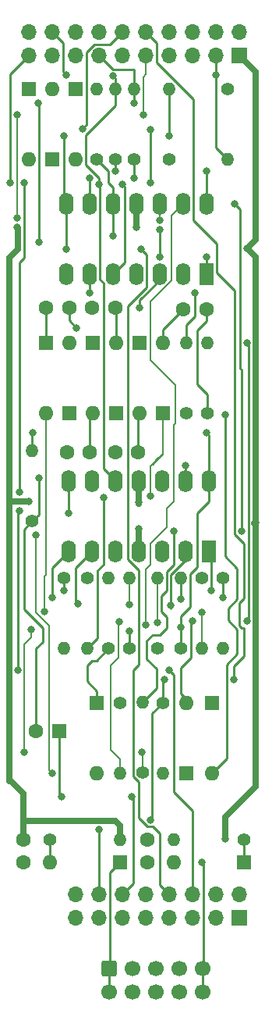
<source format=gtl>
%TF.GenerationSoftware,KiCad,Pcbnew,(7.0.0)*%
%TF.CreationDate,2023-02-14T18:26:25-05:00*%
%TF.ProjectId,ER-VCF-02-DB,45522d56-4346-42d3-9032-2d44422e6b69,1*%
%TF.SameCoordinates,Original*%
%TF.FileFunction,Copper,L1,Top*%
%TF.FilePolarity,Positive*%
%FSLAX46Y46*%
G04 Gerber Fmt 4.6, Leading zero omitted, Abs format (unit mm)*
G04 Created by KiCad (PCBNEW (7.0.0)) date 2023-02-14 18:26:25*
%MOMM*%
%LPD*%
G01*
G04 APERTURE LIST*
G04 Aperture macros list*
%AMRoundRect*
0 Rectangle with rounded corners*
0 $1 Rounding radius*
0 $2 $3 $4 $5 $6 $7 $8 $9 X,Y pos of 4 corners*
0 Add a 4 corners polygon primitive as box body*
4,1,4,$2,$3,$4,$5,$6,$7,$8,$9,$2,$3,0*
0 Add four circle primitives for the rounded corners*
1,1,$1+$1,$2,$3*
1,1,$1+$1,$4,$5*
1,1,$1+$1,$6,$7*
1,1,$1+$1,$8,$9*
0 Add four rect primitives between the rounded corners*
20,1,$1+$1,$2,$3,$4,$5,0*
20,1,$1+$1,$4,$5,$6,$7,0*
20,1,$1+$1,$6,$7,$8,$9,0*
20,1,$1+$1,$8,$9,$2,$3,0*%
G04 Aperture macros list end*
%TA.AperFunction,ComponentPad*%
%ADD10C,1.400000*%
%TD*%
%TA.AperFunction,ComponentPad*%
%ADD11O,1.400000X1.400000*%
%TD*%
%TA.AperFunction,ComponentPad*%
%ADD12RoundRect,0.250000X-0.600000X0.600000X-0.600000X-0.600000X0.600000X-0.600000X0.600000X0.600000X0*%
%TD*%
%TA.AperFunction,ComponentPad*%
%ADD13C,1.700000*%
%TD*%
%TA.AperFunction,ComponentPad*%
%ADD14C,1.600000*%
%TD*%
%TA.AperFunction,ComponentPad*%
%ADD15R,1.700000X1.700000*%
%TD*%
%TA.AperFunction,ComponentPad*%
%ADD16O,1.700000X1.700000*%
%TD*%
%TA.AperFunction,ComponentPad*%
%ADD17R,1.600000X1.600000*%
%TD*%
%TA.AperFunction,ComponentPad*%
%ADD18O,1.600000X1.600000*%
%TD*%
%TA.AperFunction,ComponentPad*%
%ADD19R,1.600000X2.400000*%
%TD*%
%TA.AperFunction,ComponentPad*%
%ADD20O,1.600000X2.400000*%
%TD*%
%TA.AperFunction,ViaPad*%
%ADD21C,0.800000*%
%TD*%
%TA.AperFunction,Conductor*%
%ADD22C,0.254000*%
%TD*%
%TA.AperFunction,Conductor*%
%ADD23C,0.250000*%
%TD*%
%TA.AperFunction,Conductor*%
%ADD24C,0.203200*%
%TD*%
%TA.AperFunction,Conductor*%
%ADD25C,0.635000*%
%TD*%
G04 APERTURE END LIST*
D10*
%TO.P,R13,1*%
%TO.N,Net-(U2B--)*%
X57404000Y-93190000D03*
D11*
%TO.P,R13,2*%
%TO.N,Net-(D9-A)*%
X57403999Y-100809999D03*
%TD*%
D12*
%TO.P,J1,1,-12V*%
%TO.N,Net-(D14-K)*%
X47340000Y-135460000D03*
D13*
%TO.P,J1,2,-12V*%
X47340000Y-138000000D03*
%TO.P,J1,3,GND*%
%TO.N,GND*%
X49880000Y-135460000D03*
%TO.P,J1,4,GND*%
X49880000Y-138000000D03*
%TO.P,J1,5,GND*%
X52420000Y-135460000D03*
%TO.P,J1,6,GND*%
X52420000Y-138000000D03*
%TO.P,J1,7,GND*%
X54960000Y-135460000D03*
%TO.P,J1,8,GND*%
X54960000Y-138000000D03*
%TO.P,J1,9,+12V*%
%TO.N,Net-(D13-A)*%
X57500000Y-135460000D03*
%TO.P,J1,10,+12V*%
X57500000Y-138000000D03*
%TD*%
D10*
%TO.P,R12,1*%
%TO.N,Net-(R12-Pad1)*%
X59690000Y-93190000D03*
D11*
%TO.P,R12,2*%
%TO.N,Net-(D9-A)*%
X59689999Y-100809999D03*
%TD*%
D14*
%TO.P,C11,1*%
%TO.N,Net-(D10-A)*%
X42993996Y-63880009D03*
%TO.P,C11,2*%
%TO.N,Net-(D8-A)*%
X40493996Y-63880009D03*
%TD*%
D10*
%TO.P,R15,1*%
%TO.N,GND*%
X52578000Y-100810000D03*
D11*
%TO.P,R15,2*%
%TO.N,Net-(U2B-+)*%
X52577999Y-93189999D03*
%TD*%
D15*
%TO.P,J2,1,VCC*%
%TO.N,+12V*%
X61499999Y-36499999D03*
D16*
%TO.P,J2,2,POT6_1_CW*%
%TO.N,/POT6-1*%
X61499999Y-33959999D03*
%TO.P,J2,3,POT6_2_W*%
%TO.N,/POT1-2*%
X58959999Y-36499999D03*
%TO.P,J2,4,POT6_3_CCW*%
%TO.N,/POT6-3*%
X58959999Y-33959999D03*
%TO.P,J2,5,POT4_1_CW*%
%TO.N,unconnected-(J2-POT4_1_CW-Pad5)*%
X56419999Y-36499999D03*
%TO.P,J2,6,POT4_2_W*%
%TO.N,unconnected-(J2-POT4_2_W-Pad6)*%
X56419999Y-33959999D03*
%TO.P,J2,7,POT4_3_CCW*%
%TO.N,unconnected-(J2-POT4_3_CCW-Pad7)*%
X53879999Y-36499999D03*
%TO.P,J2,8,POT2_1_CW*%
%TO.N,/POT2-1*%
X53879999Y-33959999D03*
%TO.P,J2,9,POT2_2_W*%
%TO.N,/POT2-2*%
X51339999Y-36499999D03*
%TO.P,J2,10,POT2_3_CCW*%
%TO.N,/J5-T*%
X51339999Y-33959999D03*
%TO.P,J2,11,POT5_1_CW*%
%TO.N,/POT5-1*%
X48799999Y-36499999D03*
%TO.P,J2,12,POT5_2_W*%
%TO.N,/POT5-2*%
X48799999Y-33959999D03*
%TO.P,J2,13,POT5_3_CCW*%
%TO.N,/POT5-3*%
X46259999Y-36499999D03*
%TO.P,J2,14,POT3_1_CW*%
%TO.N,unconnected-(J2-POT3_1_CW-Pad14)*%
X46259999Y-33959999D03*
%TO.P,J2,15,POT3_2_W*%
%TO.N,unconnected-(J2-POT3_2_W-Pad15)*%
X43719999Y-36499999D03*
%TO.P,J2,16,POT3_3_CCW*%
%TO.N,unconnected-(J2-POT3_3_CCW-Pad16)*%
X43719999Y-33959999D03*
%TO.P,J2,17,POT1_1_CW*%
%TO.N,/POT1-1*%
X41179999Y-36499999D03*
%TO.P,J2,18,POT1_2_W*%
%TO.N,/POT1-2*%
X41179999Y-33959999D03*
%TO.P,J2,19,POT1_3_CCW*%
%TO.N,/J4-T*%
X38639999Y-36499999D03*
%TO.P,J2,20,GND*%
%TO.N,GND*%
X38639999Y-33959999D03*
%TD*%
D17*
%TO.P,D1,1,K*%
%TO.N,Net-(D1-K)*%
X43687999Y-40131999D03*
D18*
%TO.P,D1,2,A*%
%TO.N,Net-(D1-A)*%
X43687999Y-47751999D03*
%TD*%
D14*
%TO.P,C6,1*%
%TO.N,GND*%
X38000000Y-124000000D03*
%TO.P,C6,2*%
%TO.N,-12V*%
X38000000Y-121500000D03*
%TD*%
D10*
%TO.P,R11,1*%
%TO.N,Net-(U2D--)*%
X39000000Y-87000000D03*
D11*
%TO.P,R11,2*%
%TO.N,/AUDIO*%
X38999999Y-79379999D03*
%TD*%
D14*
%TO.P,C5,1*%
%TO.N,+12V*%
X51500000Y-121500000D03*
%TO.P,C5,2*%
%TO.N,GND*%
X51500000Y-124000000D03*
%TD*%
D10*
%TO.P,R21,1*%
%TO.N,/J5-T*%
X53158000Y-106690000D03*
D11*
%TO.P,R21,2*%
%TO.N,Net-(U1D--)*%
X53157999Y-114309999D03*
%TD*%
D10*
%TO.P,R1,1*%
%TO.N,GND*%
X60198000Y-40132000D03*
D11*
%TO.P,R1,2*%
%TO.N,/POT1-2*%
X60197999Y-47751999D03*
%TD*%
D17*
%TO.P,D3,1,K*%
%TO.N,Net-(D2-A)*%
X38607999Y-40131999D03*
D18*
%TO.P,D3,2,A*%
%TO.N,/POT1-2*%
X38607999Y-47751999D03*
%TD*%
D17*
%TO.P,D14,1,K*%
%TO.N,Net-(D14-K)*%
X48499999Y-123999999D03*
D18*
%TO.P,D14,2,A*%
%TO.N,Net-(D14-A)*%
X40879999Y-123999999D03*
%TD*%
D17*
%TO.P,D9,1,K*%
%TO.N,Net-(D8-A)*%
X40473999Y-67689999D03*
D18*
%TO.P,D9,2,A*%
%TO.N,Net-(D9-A)*%
X40473999Y-75309999D03*
%TD*%
D17*
%TO.P,D7,1,K*%
%TO.N,Net-(D6-A)*%
X45553999Y-67689999D03*
D18*
%TO.P,D7,2,A*%
%TO.N,Net-(D7-A)*%
X45553999Y-75309999D03*
%TD*%
D10*
%TO.P,R5,1*%
%TO.N,Net-(U1C--)*%
X53848000Y-47752000D03*
D11*
%TO.P,R5,2*%
%TO.N,/J6-T*%
X53847999Y-40131999D03*
%TD*%
D10*
%TO.P,R22,1*%
%TO.N,Net-(U1D--)*%
X51000000Y-114244000D03*
D11*
%TO.P,R22,2*%
%TO.N,Net-(R22-Pad2)*%
X50999999Y-106623999D03*
%TD*%
D14*
%TO.P,C12,1*%
%TO.N,Net-(D10-A)*%
X57892010Y-64008000D03*
%TO.P,C12,2*%
%TO.N,Net-(D4-A)*%
X55392010Y-64008000D03*
%TD*%
D10*
%TO.P,R14,1*%
%TO.N,/AUDIO*%
X55118000Y-100810000D03*
D11*
%TO.P,R14,2*%
%TO.N,Net-(U2B--)*%
X55117999Y-93189999D03*
%TD*%
D17*
%TO.P,D10,1,K*%
%TO.N,Net-(D10-K)*%
X58499999Y-106689999D03*
D18*
%TO.P,D10,2,A*%
%TO.N,Net-(D10-A)*%
X58499999Y-114309999D03*
%TD*%
D10*
%TO.P,R18,1*%
%TO.N,Net-(U2A--)*%
X44958000Y-93190000D03*
D11*
%TO.P,R18,2*%
%TO.N,Net-(D4-K)*%
X44957999Y-100809999D03*
%TD*%
D17*
%TO.P,D8,1,K*%
%TO.N,Net-(D7-A)*%
X43013999Y-75309999D03*
D18*
%TO.P,D8,2,A*%
%TO.N,Net-(D8-A)*%
X43013999Y-67689999D03*
%TD*%
D17*
%TO.P,D11,1,K*%
%TO.N,Net-(D10-A)*%
X55697999Y-114309999D03*
D18*
%TO.P,D11,2,A*%
%TO.N,Net-(D10-K)*%
X55697999Y-106689999D03*
%TD*%
D10*
%TO.P,R6,1*%
%TO.N,Net-(U1C--)*%
X50038000Y-47752000D03*
D11*
%TO.P,R6,2*%
%TO.N,/POT5-3*%
X50037999Y-40131999D03*
%TD*%
D14*
%TO.P,C4,1*%
%TO.N,Net-(D5-A)*%
X50500001Y-79499993D03*
%TO.P,C4,2*%
%TO.N,GND*%
X48000001Y-79499993D03*
%TD*%
D10*
%TO.P,R7,1*%
%TO.N,Net-(R22-Pad2)*%
X48006000Y-47752000D03*
D11*
%TO.P,R7,2*%
%TO.N,/POT1-2*%
X48005999Y-40131999D03*
%TD*%
D14*
%TO.P,C3,1*%
%TO.N,Net-(D6-A)*%
X48006000Y-63880009D03*
%TO.P,C3,2*%
%TO.N,GND*%
X45506000Y-63880009D03*
%TD*%
D17*
%TO.P,D13,1,K*%
%TO.N,Net-(D13-K)*%
X61999999Y-123999999D03*
D18*
%TO.P,D13,2,A*%
%TO.N,Net-(D13-A)*%
X54379999Y-123999999D03*
%TD*%
D17*
%TO.P,C1,1*%
%TO.N,/J3-T*%
X41909999Y-109727999D03*
D14*
%TO.P,C1,2*%
%TO.N,Net-(U2D--)*%
X39410000Y-109728000D03*
%TD*%
D10*
%TO.P,R19,1*%
%TO.N,Net-(R19-Pad1)*%
X42418000Y-93190000D03*
D11*
%TO.P,R19,2*%
%TO.N,Net-(D4-K)*%
X42417999Y-100809999D03*
%TD*%
D10*
%TO.P,R16,1*%
%TO.N,/AUDIO*%
X49530000Y-100810000D03*
D11*
%TO.P,R16,2*%
%TO.N,Net-(U2A--)*%
X49529999Y-93189999D03*
%TD*%
D17*
%TO.P,D5,1,K*%
%TO.N,Net-(D4-A)*%
X50633999Y-67689999D03*
D18*
%TO.P,D5,2,A*%
%TO.N,Net-(D5-A)*%
X50633999Y-75309999D03*
%TD*%
D10*
%TO.P,R24,1*%
%TO.N,Net-(D13-K)*%
X62000000Y-121500000D03*
D11*
%TO.P,R24,2*%
%TO.N,+12V*%
X54379999Y-121499999D03*
%TD*%
D10*
%TO.P,R9,1*%
%TO.N,Net-(D10-A)*%
X58000000Y-75310000D03*
D11*
%TO.P,R9,2*%
%TO.N,Net-(D10-K)*%
X57999999Y-67689999D03*
%TD*%
D10*
%TO.P,R10,1*%
%TO.N,GND*%
X55714000Y-75310000D03*
D11*
%TO.P,R10,2*%
%TO.N,Net-(D10-K)*%
X55713999Y-67689999D03*
%TD*%
D17*
%TO.P,D6,1,K*%
%TO.N,Net-(D5-A)*%
X48093999Y-75309999D03*
D18*
%TO.P,D6,2,A*%
%TO.N,Net-(D6-A)*%
X48093999Y-67689999D03*
%TD*%
D19*
%TO.P,U1,1*%
%TO.N,/POT5-3*%
X57911999Y-60197999D03*
D20*
%TO.P,U1,2,-*%
X55371999Y-60197999D03*
%TO.P,U1,3,+*%
%TO.N,Net-(D6-A)*%
X52831999Y-60197999D03*
%TO.P,U1,4,V+*%
%TO.N,+12V*%
X50291999Y-60197999D03*
%TO.P,U1,5,+*%
%TO.N,/POT5-2*%
X47751999Y-60197999D03*
%TO.P,U1,6,-*%
%TO.N,Net-(D10-K)*%
X45211999Y-60197999D03*
%TO.P,U1,7*%
%TO.N,Net-(D10-A)*%
X42671999Y-60197999D03*
%TO.P,U1,8*%
%TO.N,/J6-T*%
X42671999Y-52577999D03*
%TO.P,U1,9,-*%
%TO.N,Net-(U1C--)*%
X45211999Y-52577999D03*
%TO.P,U1,10,+*%
%TO.N,GND*%
X47751999Y-52577999D03*
%TO.P,U1,11,V-*%
%TO.N,-12V*%
X50291999Y-52577999D03*
%TO.P,U1,12,+*%
%TO.N,/POT2-2*%
X52831999Y-52577999D03*
%TO.P,U1,13,-*%
%TO.N,Net-(U1D--)*%
X55371999Y-52577999D03*
%TO.P,U1,14*%
%TO.N,Net-(R22-Pad2)*%
X57911999Y-52577999D03*
%TD*%
D17*
%TO.P,D12,1,K*%
%TO.N,/CV*%
X45999999Y-106689999D03*
D18*
%TO.P,D12,2,A*%
%TO.N,Net-(D12-A)*%
X45999999Y-114309999D03*
%TD*%
D10*
%TO.P,R8,1*%
%TO.N,GND*%
X45974000Y-47752000D03*
D11*
%TO.P,R8,2*%
%TO.N,Net-(D1-K)*%
X45973999Y-40131999D03*
%TD*%
D10*
%TO.P,R25,1*%
%TO.N,Net-(D14-A)*%
X40880000Y-121500000D03*
D11*
%TO.P,R25,2*%
%TO.N,-12V*%
X48499999Y-121499999D03*
%TD*%
D14*
%TO.P,C2,1*%
%TO.N,Net-(D7-A)*%
X45249998Y-79499993D03*
%TO.P,C2,2*%
%TO.N,GND*%
X42749998Y-79499993D03*
%TD*%
D10*
%TO.P,R23,1*%
%TO.N,/CV*%
X48500000Y-106690000D03*
D11*
%TO.P,R23,2*%
%TO.N,Net-(U2B-+)*%
X48499999Y-114309999D03*
%TD*%
D17*
%TO.P,D4,1,K*%
%TO.N,Net-(D4-K)*%
X53173999Y-75309999D03*
D18*
%TO.P,D4,2,A*%
%TO.N,Net-(D4-A)*%
X53173999Y-67689999D03*
%TD*%
D17*
%TO.P,D2,1,K*%
%TO.N,Net-(D1-A)*%
X41147999Y-47751999D03*
D18*
%TO.P,D2,2,A*%
%TO.N,Net-(D2-A)*%
X41147999Y-40131999D03*
%TD*%
D15*
%TO.P,J3,1,GND*%
%TO.N,GND*%
X61499999Y-129999999D03*
D16*
%TO.P,J3,2,GND*%
X61499999Y-127459999D03*
%TO.P,J3,3,J2_R_N*%
%TO.N,unconnected-(J3-J2_R_N-Pad3)*%
X58959999Y-129999999D03*
%TO.P,J3,4,J2_T*%
%TO.N,unconnected-(J3-J2_T-Pad4)*%
X58959999Y-127459999D03*
%TO.P,J3,5,J4_R_N*%
%TO.N,unconnected-(J3-J4_R_N-Pad5)*%
X56419999Y-129999999D03*
%TO.P,J3,6,J4_T*%
%TO.N,/J4-T*%
X56419999Y-127459999D03*
%TO.P,J3,7,J6_R_N*%
%TO.N,unconnected-(J3-J6_R_N-Pad7)*%
X53879999Y-129999999D03*
%TO.P,J3,8,J6_T*%
%TO.N,/J6-T*%
X53879999Y-127459999D03*
%TO.P,J3,9,J1_R_N*%
%TO.N,unconnected-(J3-J1_R_N-Pad9)*%
X51339999Y-129999999D03*
%TO.P,J3,10,J1_T*%
%TO.N,unconnected-(J3-J1_T-Pad10)*%
X51339999Y-127459999D03*
%TO.P,J3,11,J3_R_N*%
%TO.N,unconnected-(J3-J3_R_N-Pad11)*%
X48799999Y-129999999D03*
%TO.P,J3,12,J3_T*%
%TO.N,/J3-T*%
X48799999Y-127459999D03*
%TO.P,J3,13,J5_R_N*%
%TO.N,unconnected-(J3-J5_R_N-Pad13)*%
X46259999Y-129999999D03*
%TO.P,J3,14,J5_T*%
%TO.N,/J5-T*%
X46259999Y-127459999D03*
%TO.P,J3,15,GND*%
%TO.N,GND*%
X43719999Y-129999999D03*
%TO.P,J3,16,GND*%
X43719999Y-127459999D03*
%TD*%
D10*
%TO.P,R17,1*%
%TO.N,/CV*%
X47244000Y-100810000D03*
D11*
%TO.P,R17,2*%
%TO.N,Net-(U2A--)*%
X47243999Y-93189999D03*
%TD*%
D19*
%TO.P,U2,1*%
%TO.N,Net-(R19-Pad1)*%
X58165999Y-90299996D03*
D20*
%TO.P,U2,2,-*%
%TO.N,Net-(U2A--)*%
X55625999Y-90299996D03*
%TO.P,U2,3,+*%
%TO.N,GND*%
X53085999Y-90299996D03*
%TO.P,U2,4,V+*%
%TO.N,+12V*%
X50545999Y-90299996D03*
%TO.P,U2,5,+*%
%TO.N,Net-(U2B-+)*%
X48005999Y-90299996D03*
%TO.P,U2,6,-*%
%TO.N,Net-(U2B--)*%
X45465999Y-90299996D03*
%TO.P,U2,7*%
%TO.N,Net-(R12-Pad1)*%
X42925999Y-90299996D03*
%TO.P,U2,8*%
%TO.N,Net-(D12-A)*%
X42925999Y-82679996D03*
%TO.P,U2,9,-*%
X45465999Y-82679996D03*
%TO.P,U2,10,+*%
%TO.N,/POT1-2*%
X48005999Y-82679996D03*
%TO.P,U2,11,V-*%
%TO.N,-12V*%
X50545999Y-82679996D03*
%TO.P,U2,12,+*%
%TO.N,GND*%
X53085999Y-82679996D03*
%TO.P,U2,13,-*%
%TO.N,Net-(U2D--)*%
X55625999Y-82679996D03*
%TO.P,U2,14*%
%TO.N,/AUDIO*%
X58165999Y-82679996D03*
%TD*%
D21*
%TO.N,Net-(D6-A)*%
X50673991Y-63880009D03*
%TO.N,Net-(D10-A)*%
X43815000Y-66040000D03*
X59944000Y-75438000D03*
%TO.N,/POT1-2*%
X58928000Y-38608000D03*
X42672000Y-38608000D03*
X47750468Y-38724438D03*
X46228000Y-50510500D03*
%TO.N,Net-(D4-K)*%
X46736000Y-84427000D03*
X51816000Y-84226400D03*
%TO.N,Net-(D9-A)*%
X40275541Y-96806167D03*
X57404000Y-96901000D03*
%TO.N,-12V*%
X50292000Y-55118000D03*
X37375500Y-55118000D03*
X38658800Y-84886800D03*
X50546000Y-84952900D03*
%TO.N,+12V*%
X62328989Y-57404000D03*
X50546000Y-87833200D03*
X59944000Y-121412000D03*
X63246000Y-87122000D03*
%TO.N,Net-(D10-K)*%
X62329000Y-97790000D03*
X56404225Y-97806225D03*
X62329000Y-67691000D03*
X45212000Y-62230000D03*
X56642000Y-62230000D03*
%TO.N,/POT2-2*%
X52832000Y-54356000D03*
X51054000Y-42926000D03*
X37338000Y-42926000D03*
X37338000Y-54102000D03*
%TO.N,/POT5-2*%
X51816000Y-44521000D03*
X51816000Y-50292000D03*
X44445701Y-44445701D03*
X48768000Y-50510500D03*
%TO.N,/POT5-3*%
X52832000Y-58321000D03*
X39624000Y-41656000D03*
X57912000Y-58321000D03*
X50038000Y-41656000D03*
X52832000Y-55422800D03*
X39758489Y-56761511D03*
%TO.N,Net-(D12-A)*%
X39370000Y-88519000D03*
X41148000Y-114300000D03*
X42926000Y-86106000D03*
%TO.N,Net-(D13-A)*%
X57404000Y-123952000D03*
%TO.N,/J4-T*%
X38100000Y-50292000D03*
X37417011Y-103124000D03*
X36576000Y-50292000D03*
X53848000Y-103124000D03*
X37592000Y-85852000D03*
X37592000Y-83820000D03*
%TO.N,/AUDIO*%
X55113722Y-98516500D03*
X39014400Y-77368400D03*
X49530000Y-98938200D03*
X57912000Y-77368400D03*
%TO.N,/J5-T*%
X51816000Y-119380000D03*
X60863011Y-104140000D03*
X46228000Y-120417000D03*
X53340000Y-104140000D03*
%TO.N,Net-(R19-Pad1)*%
X58420000Y-94488000D03*
X42418000Y-94488000D03*
%TO.N,Net-(R22-Pad2)*%
X54356000Y-88039000D03*
X48006000Y-49022000D03*
X61757500Y-88039000D03*
X57911147Y-49026267D03*
X60995500Y-52578000D03*
%TO.N,GND*%
X47752000Y-56035000D03*
%TO.N,/J3-T*%
X49784000Y-116840000D03*
X42164000Y-116840000D03*
%TO.N,Net-(R12-Pad1)*%
X41148000Y-95250000D03*
X59690000Y-95250000D03*
%TO.N,/J6-T*%
X42418000Y-45247500D03*
X50800000Y-57488011D03*
X53848000Y-45212000D03*
X42672000Y-57488011D03*
%TO.N,Net-(U1C--)*%
X45212000Y-49784000D03*
X50038000Y-49784000D03*
%TO.N,Net-(U2D--)*%
X55626000Y-80924400D03*
X39725600Y-82321400D03*
%TO.N,Net-(U2B--)*%
X43942000Y-95976500D03*
X55118000Y-95464820D03*
%TO.N,Net-(U2B-+)*%
X52578000Y-97942400D03*
X48477586Y-97901700D03*
%TO.N,Net-(U2A--)*%
X49530000Y-96062800D03*
X54051200Y-96113600D03*
%TO.N,Net-(U1D--)*%
X38118111Y-111995889D03*
X38912800Y-98729800D03*
X51308000Y-98237100D03*
X50927000Y-112014000D03*
%TD*%
D22*
%TO.N,Net-(D7-A)*%
X45249998Y-79499993D02*
X45249998Y-75614002D01*
%TO.N,Net-(D6-A)*%
X50673991Y-63880009D02*
X50673991Y-63010009D01*
X50673991Y-63010009D02*
X52832000Y-60852000D01*
X48094000Y-67690000D02*
X48094000Y-63968009D01*
%TO.N,Net-(D5-A)*%
X50500001Y-79499993D02*
X50500001Y-75443999D01*
%TO.N,Net-(D10-A)*%
X56896000Y-66294000D02*
X57892010Y-65297990D01*
X58000000Y-73240000D02*
X56896000Y-72136000D01*
X59944000Y-75438000D02*
X59944000Y-90805000D01*
X61268480Y-101378498D02*
X60136511Y-102510467D01*
X60136511Y-102510467D02*
X60136511Y-112673489D01*
X60136511Y-112673489D02*
X58500000Y-114310000D01*
X59944000Y-90805000D02*
X61268480Y-92129480D01*
X42993996Y-65218996D02*
X43815000Y-66040000D01*
X61268480Y-92129480D02*
X61268480Y-95453066D01*
X58000000Y-75310000D02*
X58000000Y-73240000D01*
X57892010Y-65297990D02*
X57892010Y-64008000D01*
X60268520Y-96453026D02*
X61268480Y-95453066D01*
X60268520Y-97733520D02*
X60268520Y-96453026D01*
X61268480Y-101378498D02*
X61268480Y-98733480D01*
X56896000Y-72136000D02*
X56896000Y-66294000D01*
X42993996Y-63880009D02*
X42993996Y-65218996D01*
X61268480Y-98733480D02*
X60268520Y-97733520D01*
%TO.N,Net-(D8-A)*%
X40474000Y-67690000D02*
X40474000Y-63900005D01*
%TO.N,Net-(D4-A)*%
X53174000Y-66226010D02*
X55392010Y-64008000D01*
X53174000Y-67690000D02*
X53174000Y-66226010D01*
%TO.N,/CV*%
X44958000Y-104343200D02*
X46000000Y-105385200D01*
X46000000Y-105385200D02*
X46000000Y-106690000D01*
X44958000Y-102616000D02*
X44958000Y-104343200D01*
X45960000Y-102094000D02*
X45480000Y-102094000D01*
X45480000Y-102094000D02*
X44958000Y-102616000D01*
X47244000Y-100810000D02*
X45960000Y-102094000D01*
D23*
%TO.N,/POT1-2*%
X42672000Y-38608000D02*
X42355000Y-38291000D01*
X58928000Y-38608000D02*
X58928000Y-36532000D01*
X46228000Y-50510500D02*
X46228000Y-49774695D01*
X42355000Y-38291000D02*
X42355000Y-35135000D01*
X58928000Y-46482000D02*
X60198000Y-47752000D01*
X44813000Y-45103000D02*
X48006000Y-41910000D01*
X46337000Y-50619500D02*
X46228000Y-50510500D01*
X58928000Y-38608000D02*
X58928000Y-46482000D01*
X48006000Y-82550000D02*
X46736000Y-81280000D01*
X48006000Y-38979970D02*
X47750468Y-38724438D01*
X46736000Y-81280000D02*
X46736000Y-61172990D01*
X48006000Y-40132000D02*
X48006000Y-38979970D01*
X44813000Y-48359695D02*
X44813000Y-45103000D01*
X48006000Y-41910000D02*
X48006000Y-40132000D01*
X46337000Y-60773990D02*
X46337000Y-50619500D01*
X46736000Y-61172990D02*
X46337000Y-60773990D01*
X46228000Y-49774695D02*
X44813000Y-48359695D01*
X41180000Y-33960000D02*
X42355000Y-35135000D01*
D22*
%TO.N,Net-(D4-K)*%
X46736000Y-91672978D02*
X46075600Y-92333378D01*
X52451000Y-80391000D02*
X53086000Y-79756000D01*
D24*
X53174000Y-79668000D02*
X52451000Y-80391000D01*
D22*
X46075600Y-99692400D02*
X44958000Y-100810000D01*
D24*
X53174000Y-75310000D02*
X53174000Y-79668000D01*
D22*
X52095400Y-80746600D02*
X52451000Y-80391000D01*
D24*
X51816000Y-81026000D02*
X52095400Y-80746600D01*
D22*
X46075600Y-92333378D02*
X46075600Y-99692400D01*
D24*
X51816000Y-84226400D02*
X51816000Y-81026000D01*
D22*
X46736000Y-84427000D02*
X46736000Y-91672978D01*
D24*
%TO.N,Net-(D9-A)*%
X57404000Y-100810000D02*
X57404000Y-96901000D01*
X40275541Y-92980541D02*
X40474000Y-92782082D01*
X40275541Y-96806167D02*
X40275541Y-92980541D01*
X40474000Y-92782082D02*
X40474000Y-75310000D01*
D25*
%TO.N,-12V*%
X50546000Y-82679997D02*
X50546000Y-85090000D01*
X37457500Y-57462500D02*
X37457500Y-55200000D01*
X36500000Y-58420000D02*
X37457500Y-57462500D01*
X37457500Y-55200000D02*
X37375500Y-55118000D01*
X36576000Y-115062000D02*
X36500000Y-115138000D01*
X38000000Y-119500000D02*
X48000000Y-119500000D01*
X48500000Y-120000000D02*
X48500000Y-121500000D01*
X36576000Y-115062000D02*
X38000000Y-116486000D01*
X50292000Y-55118000D02*
X50292000Y-52578000D01*
X48000000Y-119500000D02*
X48500000Y-120000000D01*
X38582800Y-84810800D02*
X38658800Y-84886800D01*
X38000000Y-119500000D02*
X38000000Y-121500000D01*
X36500000Y-84810800D02*
X36500000Y-58420000D01*
X36500000Y-115138000D02*
X36500000Y-84810800D01*
X36500000Y-84810800D02*
X38582800Y-84810800D01*
X38000000Y-116486000D02*
X38000000Y-119500000D01*
%TO.N,+12V*%
X50546000Y-87833200D02*
X50546000Y-90299997D01*
X63246000Y-87122000D02*
X63246000Y-58420000D01*
X63246000Y-87122000D02*
X63128500Y-87239500D01*
X63246000Y-56486989D02*
X62328989Y-57404000D01*
X59944000Y-119056000D02*
X63246500Y-115753500D01*
X63246500Y-87357500D02*
X63246500Y-115753500D01*
X63246000Y-38246000D02*
X61500000Y-36500000D01*
X63246000Y-58420000D02*
X63246000Y-58321011D01*
X59944000Y-121412000D02*
X59944000Y-119056000D01*
X63246000Y-58321011D02*
X62328989Y-57404000D01*
X63128500Y-87239500D02*
X63246500Y-87357500D01*
X63246000Y-56486989D02*
X63246000Y-38246000D01*
D22*
%TO.N,Net-(D10-K)*%
X62484000Y-97635000D02*
X62484000Y-67846000D01*
X55714000Y-67690000D02*
X55714000Y-65698000D01*
X56642000Y-62230000D02*
X56642000Y-64770000D01*
X55118000Y-105664000D02*
X55118000Y-102870000D01*
X55698000Y-106244000D02*
X55118000Y-105664000D01*
X45212000Y-60198000D02*
X45212000Y-62230000D01*
X62484000Y-67846000D02*
X62329000Y-67691000D01*
X62329000Y-97790000D02*
X62484000Y-97635000D01*
X56235600Y-101752400D02*
X56235600Y-97974850D01*
X56235600Y-97974850D02*
X56404225Y-97806225D01*
X55714000Y-65698000D02*
X56642000Y-64770000D01*
X55118000Y-102870000D02*
X56235600Y-101752400D01*
D24*
%TO.N,/POT2-2*%
X51054000Y-42926000D02*
X51054000Y-38862000D01*
X51340004Y-38575996D02*
X51054000Y-38862000D01*
X51340004Y-37000002D02*
X51340004Y-38575996D01*
X37338000Y-54102000D02*
X37338000Y-42926000D01*
X52832000Y-52578000D02*
X52832000Y-54356000D01*
D23*
%TO.N,/POT5-2*%
X47435000Y-35325000D02*
X48800000Y-33960000D01*
X44895000Y-43996402D02*
X44895000Y-36203299D01*
X49031000Y-58919000D02*
X49031000Y-50773500D01*
X51816000Y-44704000D02*
X51816000Y-44521000D01*
X44445701Y-44445701D02*
X44895000Y-43996402D01*
X45773299Y-35325000D02*
X47435000Y-35325000D01*
X47752000Y-60198000D02*
X49031000Y-58919000D01*
X51816000Y-50292000D02*
X51816000Y-44704000D01*
X49031000Y-50773500D02*
X48768000Y-50510500D01*
X44895000Y-36203299D02*
X45773299Y-35325000D01*
D22*
%TO.N,/POT5-3*%
X52832000Y-58321000D02*
X52832000Y-55422800D01*
D23*
X47760000Y-38000000D02*
X50000000Y-38000000D01*
D22*
X50038000Y-40132000D02*
X50038000Y-41656000D01*
X39734511Y-41766511D02*
X39734511Y-56737533D01*
D23*
X50000000Y-38000000D02*
X50038000Y-38038000D01*
X57912000Y-60198000D02*
X57912000Y-58321000D01*
X46260000Y-36500000D02*
X47760000Y-38000000D01*
X50038000Y-38038000D02*
X50038000Y-40132000D01*
D22*
X39624000Y-41656000D02*
X39734511Y-41766511D01*
X39734511Y-56737533D02*
X39758489Y-56761511D01*
D24*
%TO.N,Net-(D12-A)*%
X40792400Y-98315239D02*
X39370000Y-96892839D01*
X39370000Y-96892839D02*
X39370000Y-88519000D01*
X40792400Y-113944400D02*
X40792400Y-98315239D01*
D22*
X42926000Y-82679997D02*
X42926000Y-86106000D01*
D24*
X41148000Y-114300000D02*
X40792400Y-113944400D01*
D23*
%TO.N,Net-(D13-K)*%
X62000000Y-124000000D02*
X62000000Y-121500000D01*
%TO.N,Net-(D13-A)*%
X57500000Y-138000000D02*
X57500000Y-135460000D01*
X57404000Y-123952000D02*
X57595000Y-124143000D01*
X57595000Y-124143000D02*
X57595000Y-135365000D01*
%TO.N,Net-(D14-K)*%
X47340000Y-138000000D02*
X47340000Y-135460000D01*
X47435000Y-135365000D02*
X47435000Y-125065000D01*
X47435000Y-125065000D02*
X48500000Y-124000000D01*
%TO.N,Net-(D14-A)*%
X40880000Y-124000000D02*
X40880000Y-121500000D01*
%TO.N,/J4-T*%
X37417011Y-103124000D02*
X37417011Y-86026989D01*
X56420000Y-118396000D02*
X54356000Y-116332000D01*
X36576000Y-50292000D02*
X36576000Y-38564000D01*
X38100000Y-58420000D02*
X37592000Y-58928000D01*
X38100000Y-50292000D02*
X38100000Y-58420000D01*
X37592000Y-83820000D02*
X37592000Y-58928000D01*
X54356000Y-103632000D02*
X53848000Y-103124000D01*
X36576000Y-38564000D02*
X38640000Y-36500000D01*
X56420000Y-127460000D02*
X56420000Y-118396000D01*
X54356000Y-116332000D02*
X54356000Y-103632000D01*
X37417011Y-86026989D02*
X37592000Y-85852000D01*
D22*
%TO.N,/AUDIO*%
X58166000Y-84836000D02*
X58166000Y-82679997D01*
X55118000Y-97282000D02*
X56123489Y-96276511D01*
X55118000Y-100810000D02*
X55118000Y-98907600D01*
X39000000Y-77382800D02*
X39014400Y-77368400D01*
X56144511Y-96276511D02*
X56144511Y-92699489D01*
X56896000Y-86106000D02*
X58166000Y-84836000D01*
X55118000Y-98907600D02*
X55118000Y-97282000D01*
X49530000Y-100810000D02*
X49530000Y-98938200D01*
X56123489Y-96276511D02*
X56144511Y-96276511D01*
X58166000Y-77622400D02*
X57912000Y-77368400D01*
X58166000Y-82679997D02*
X58166000Y-77622400D01*
X56144511Y-92699489D02*
X56896000Y-91948000D01*
X56896000Y-91948000D02*
X56896000Y-86106000D01*
X39000000Y-79380000D02*
X39000000Y-77382800D01*
D23*
%TO.N,/J5-T*%
X52025000Y-119171000D02*
X52025000Y-107823000D01*
X53158000Y-106690000D02*
X53158000Y-104322000D01*
X61726224Y-98552000D02*
X61468000Y-98293776D01*
X59037000Y-56896000D02*
X56497000Y-54356000D01*
X60960000Y-88392000D02*
X60960000Y-61976000D01*
X61976000Y-98552000D02*
X61726224Y-98552000D01*
X59037000Y-60053000D02*
X59037000Y-56896000D01*
X61976000Y-95384771D02*
X61976000Y-89408000D01*
X60863011Y-102712989D02*
X61976000Y-101600000D01*
X53158000Y-104322000D02*
X53340000Y-104140000D01*
X46260000Y-120449000D02*
X46228000Y-120417000D01*
X60960000Y-61976000D02*
X59037000Y-60053000D01*
X61976000Y-101600000D02*
X61976000Y-98552000D01*
X56497000Y-54356000D02*
X56497000Y-41257000D01*
X61468000Y-98293776D02*
X61468000Y-95892771D01*
X61468000Y-95892771D02*
X61976000Y-95384771D01*
X56497000Y-41257000D02*
X52515000Y-37275000D01*
X52025000Y-107823000D02*
X53158000Y-106690000D01*
X51816000Y-119380000D02*
X52025000Y-119171000D01*
X46260000Y-127460000D02*
X46260000Y-120449000D01*
X60863011Y-104140000D02*
X60863011Y-102712989D01*
X52515000Y-35135000D02*
X51340000Y-33960000D01*
X52515000Y-37275000D02*
X52515000Y-35135000D01*
X61976000Y-89408000D02*
X60960000Y-88392000D01*
D22*
%TO.N,Net-(R19-Pad1)*%
X58430511Y-94477489D02*
X58420000Y-94488000D01*
X58430511Y-90564508D02*
X58430511Y-94477489D01*
X42418000Y-93190000D02*
X42418000Y-94488000D01*
%TO.N,Net-(R22-Pad2)*%
X53035200Y-96774000D02*
X53035200Y-95067822D01*
X53604511Y-97343311D02*
X53035200Y-96774000D01*
X51000000Y-106624000D02*
X52516515Y-105107485D01*
X48006000Y-47752000D02*
X48006000Y-49022000D01*
X61602489Y-70421489D02*
X61602489Y-53184989D01*
X52516515Y-105107485D02*
X52516515Y-103012668D01*
X53604511Y-98541489D02*
X53604511Y-97343311D01*
X53604511Y-94498511D02*
X53604511Y-92445489D01*
X51435000Y-99949000D02*
X52070000Y-99314000D01*
X53035200Y-95067822D02*
X53604511Y-94498511D01*
X52070000Y-99314000D02*
X52832000Y-99314000D01*
X52832000Y-99314000D02*
X53604511Y-98541489D01*
X53604511Y-92445489D02*
X54356000Y-91694000D01*
X61757500Y-70576500D02*
X61602489Y-70421489D01*
X57911147Y-49026267D02*
X57912000Y-49027120D01*
X54356000Y-91694000D02*
X54356000Y-88039000D01*
X52516515Y-103012668D02*
X51435000Y-101931153D01*
X51435000Y-101931153D02*
X51435000Y-99949000D01*
X61602489Y-53184989D02*
X60995500Y-52578000D01*
X61757500Y-88039000D02*
X61757500Y-70576500D01*
X57912000Y-49027120D02*
X57912000Y-52578000D01*
%TO.N,GND*%
X47752000Y-52578000D02*
X47752000Y-56035000D01*
X47244000Y-49022000D02*
X47244000Y-50292000D01*
X45974000Y-47752000D02*
X47244000Y-49022000D01*
X47752000Y-50800000D02*
X47244000Y-50292000D01*
X47752000Y-52578000D02*
X47752000Y-50800000D01*
D23*
%TO.N,/J3-T*%
X49975000Y-117031000D02*
X49784000Y-116840000D01*
X48800000Y-127460000D02*
X49975000Y-126285000D01*
X41910000Y-116586000D02*
X41910000Y-109728000D01*
X42164000Y-116840000D02*
X41910000Y-116586000D01*
X49975000Y-126285000D02*
X49975000Y-117031000D01*
D22*
%TO.N,Net-(R12-Pad1)*%
X41148000Y-92077997D02*
X42926000Y-90299997D01*
X59690000Y-93190000D02*
X59690000Y-95250000D01*
X41148000Y-92077997D02*
X41148000Y-95250000D01*
D23*
%TO.N,/J6-T*%
X50575431Y-119164736D02*
X50575431Y-115269000D01*
X49975000Y-114668569D02*
X49975000Y-103126377D01*
X42672000Y-57488011D02*
X42672000Y-52578000D01*
X51417000Y-61627775D02*
X51417000Y-58105011D01*
D22*
X42418000Y-52324000D02*
X42418000Y-45247500D01*
D23*
X49975000Y-103126377D02*
X50583000Y-102518377D01*
X53880000Y-127460000D02*
X52832000Y-126412000D01*
X49375001Y-91119988D02*
X49375001Y-63669774D01*
X51515695Y-120105000D02*
X50575431Y-119164736D01*
X50583000Y-102518377D02*
X50583000Y-92327987D01*
X52832000Y-126412000D02*
X52832000Y-120820695D01*
X52116305Y-120105000D02*
X51515695Y-120105000D01*
X51417000Y-58105011D02*
X50800000Y-57488011D01*
X50583000Y-92327987D02*
X49375001Y-91119988D01*
X50575431Y-115269000D02*
X49975000Y-114668569D01*
X49375001Y-63669774D02*
X51417000Y-61627775D01*
D22*
X53848000Y-45212000D02*
X53848000Y-40132000D01*
D23*
X52832000Y-120820695D02*
X52116305Y-120105000D01*
D22*
%TO.N,Net-(U1C--)*%
X45212000Y-52578000D02*
X45212000Y-49784000D01*
X50038000Y-49784000D02*
X50038000Y-47752000D01*
%TO.N,Net-(U2D--)*%
X39725600Y-82321400D02*
X39725600Y-86274400D01*
D23*
X39410000Y-100798000D02*
X40132000Y-100076000D01*
D22*
X55626000Y-82679997D02*
X55626000Y-80924400D01*
D23*
X38100000Y-87900000D02*
X39000000Y-87000000D01*
X39410000Y-109728000D02*
X39410000Y-100798000D01*
X40132000Y-100076000D02*
X40132000Y-98552000D01*
X38100000Y-96520000D02*
X38100000Y-87900000D01*
X40132000Y-98552000D02*
X38100000Y-96520000D01*
D22*
X39725600Y-86274400D02*
X39000000Y-87000000D01*
%TO.N,Net-(U2B--)*%
X43738800Y-95773300D02*
X43942000Y-95976500D01*
X45466000Y-90299997D02*
X43738800Y-92027197D01*
X55118000Y-95464820D02*
X55118000Y-93190000D01*
X43738800Y-92027197D02*
X43738800Y-95773300D01*
D24*
%TO.N,Net-(U2B-+)*%
X48477586Y-97901700D02*
X48361600Y-98017686D01*
X47498000Y-102616000D02*
X47498000Y-111806778D01*
X48500000Y-112808778D02*
X48500000Y-114310000D01*
X52578000Y-97942400D02*
X52578000Y-93190000D01*
X48361600Y-101752400D02*
X47498000Y-102616000D01*
X47498000Y-111806778D02*
X48500000Y-112808778D01*
X48361600Y-98017686D02*
X48361600Y-101752400D01*
D22*
%TO.N,Net-(U2A--)*%
X55626000Y-91230293D02*
X54058031Y-92798262D01*
D24*
X49530000Y-96062800D02*
X49530000Y-93190000D01*
D22*
X54058031Y-92798262D02*
X54058031Y-96444970D01*
D24*
%TO.N,Net-(U1D--)*%
X38912800Y-98729800D02*
X38912800Y-99553422D01*
X50927000Y-112014000D02*
X51000000Y-112087000D01*
X54508400Y-76403200D02*
X54508400Y-72237600D01*
X54102000Y-60885218D02*
X54102000Y-53848000D01*
X53594000Y-85598000D02*
X54356000Y-84836000D01*
X51816000Y-63171218D02*
X54102000Y-60885218D01*
X51308000Y-92202000D02*
X51816000Y-91694000D01*
X54102000Y-53848000D02*
X55372000Y-52578000D01*
X51816000Y-69545200D02*
X51816000Y-63171218D01*
X54356000Y-84836000D02*
X54356000Y-76555600D01*
X51308000Y-98237100D02*
X51308000Y-92202000D01*
X51816000Y-91694000D02*
X51816000Y-89408000D01*
X51000000Y-112087000D02*
X51000000Y-114244000D01*
X54356000Y-76555600D02*
X54508400Y-76403200D01*
X38912800Y-99553422D02*
X38118111Y-100348111D01*
X38118111Y-100348111D02*
X38118111Y-111995889D01*
X53594000Y-87630000D02*
X53594000Y-85598000D01*
X51816000Y-89408000D02*
X53594000Y-87630000D01*
X54508400Y-72237600D02*
X51816000Y-69545200D01*
%TD*%
M02*

</source>
